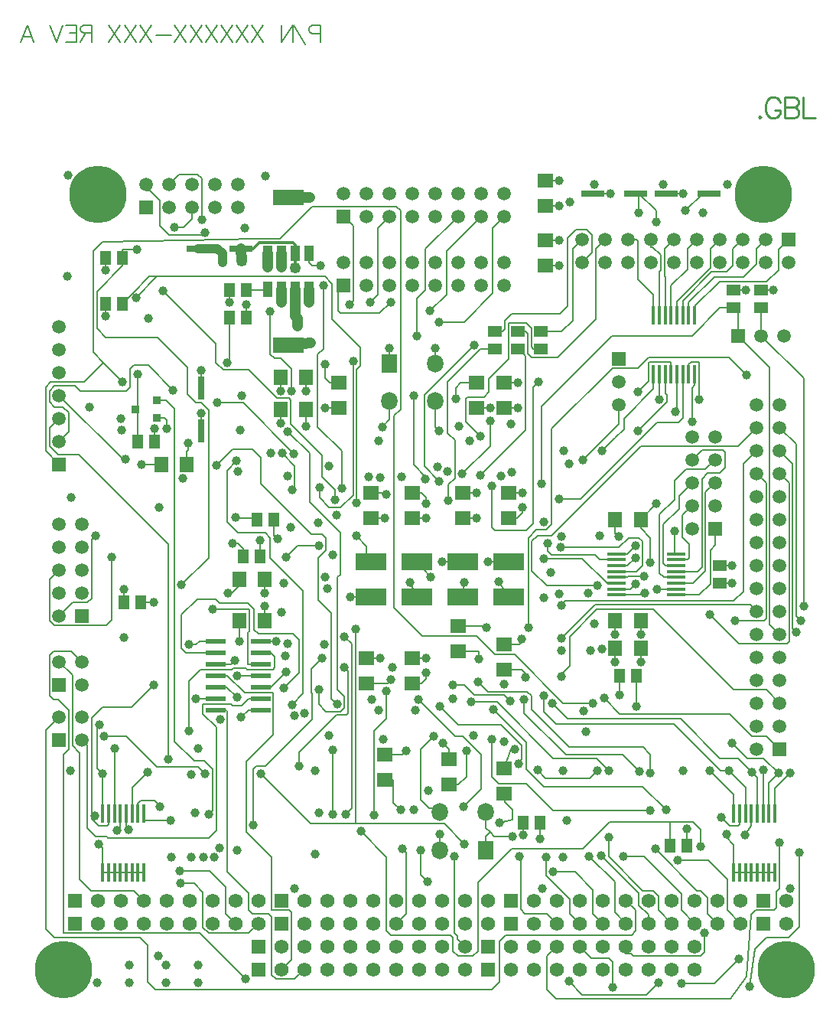
<source format=gbl>
%FSLAX42Y42*%
%MOMM*%
G71*
G01*
G75*
G04 Layer_Physical_Order=4*
%ADD10R,1.50X1.30*%
%ADD11R,1.50X1.50*%
%ADD12R,2.15X0.40*%
%ADD13R,2.15X0.40*%
%ADD14R,0.40X2.15*%
%ADD15R,0.40X2.15*%
%ADD16R,1.30X1.50*%
%ADD17R,0.30X1.55*%
%ADD18R,1.55X0.30*%
%ADD19R,0.76X2.03*%
%ADD20R,2.03X0.76*%
%ADD21R,0.85X1.60*%
%ADD22R,1.80X1.60*%
%ADD23R,0.60X2.20*%
%ADD24O,1.60X1.40*%
%ADD25R,1.60X1.40*%
%ADD26R,0.60X2.20*%
%ADD27C,0.20*%
%ADD28C,0.30*%
%ADD29C,1.20*%
%ADD30C,0.23*%
%ADD31C,6.35*%
%ADD32C,1.50*%
%ADD33C,1.57*%
%ADD34R,1.57X1.57*%
%ADD35C,1.00*%
%ADD36C,1.25*%
%ADD37R,0.80X2.55*%
%ADD38R,2.55X0.80*%
%ADD39R,1.60X1.80*%
%ADD40O,1.80X2.00*%
%ADD41R,1.80X2.00*%
%ADD42R,0.95X0.90*%
%ADD43R,1.00X1.70*%
%ADD44R,3.40X1.70*%
%ADD45R,2.20X0.60*%
%ADD46R,3.40X1.90*%
%ADD47C,1.00*%
%ADD48C,0.20*%
D10*
X17932Y20022D02*
D03*
Y20212D02*
D03*
X18085Y23070D02*
D03*
Y23260D02*
D03*
X15697Y22613D02*
D03*
Y22803D02*
D03*
X15951Y22613D02*
D03*
Y22803D02*
D03*
X15443Y22613D02*
D03*
Y22803D02*
D03*
X18390Y23070D02*
D03*
Y23260D02*
D03*
D11*
X16815Y22504D02*
D03*
X17882Y20625D02*
D03*
X10617Y18898D02*
D03*
Y18288D02*
D03*
X11582Y24181D02*
D03*
X18694Y23825D02*
D03*
X10871Y19660D02*
D03*
X13767Y24079D02*
D03*
X18593Y18186D02*
D03*
X13767Y23317D02*
D03*
X18136Y22758D02*
D03*
X10617Y21336D02*
D03*
D12*
X17447Y20344D02*
D03*
D13*
Y20279D02*
D03*
Y20214D02*
D03*
Y20149D02*
D03*
Y20084D02*
D03*
Y20019D02*
D03*
Y19954D02*
D03*
Y19889D02*
D03*
X16792Y20344D02*
D03*
Y20279D02*
D03*
Y20214D02*
D03*
Y20149D02*
D03*
Y20084D02*
D03*
Y20019D02*
D03*
Y19954D02*
D03*
Y19889D02*
D03*
D14*
X11556Y16818D02*
D03*
X18541D02*
D03*
X17197Y22984D02*
D03*
D15*
X11491Y16818D02*
D03*
X11426D02*
D03*
X11361D02*
D03*
X11296D02*
D03*
X11231D02*
D03*
X11166D02*
D03*
X11101D02*
D03*
X11556Y17473D02*
D03*
X11491D02*
D03*
X11426D02*
D03*
X11361D02*
D03*
X11296D02*
D03*
X11231D02*
D03*
X11166D02*
D03*
X11101D02*
D03*
X18476Y16818D02*
D03*
X18411D02*
D03*
X18346D02*
D03*
X18281D02*
D03*
X18216D02*
D03*
X18151D02*
D03*
X18086D02*
D03*
X18541Y17473D02*
D03*
X18476D02*
D03*
X18411D02*
D03*
X18346D02*
D03*
X18281D02*
D03*
X18216D02*
D03*
X18151D02*
D03*
X18086D02*
D03*
X17262Y22984D02*
D03*
X17327D02*
D03*
X17392D02*
D03*
X17457D02*
D03*
X17522D02*
D03*
X17587D02*
D03*
X17652D02*
D03*
X17197Y22329D02*
D03*
X17262D02*
D03*
X17327D02*
D03*
X17392D02*
D03*
X17457D02*
D03*
X17522D02*
D03*
X17587D02*
D03*
X17652D02*
D03*
D16*
X15945Y17374D02*
D03*
X15755D02*
D03*
X17011Y18999D02*
D03*
X16821D02*
D03*
X12656Y20320D02*
D03*
X12846D02*
D03*
X12503Y22962D02*
D03*
X12693D02*
D03*
X11132Y23114D02*
D03*
X11322D02*
D03*
X11677Y21590D02*
D03*
X11487D02*
D03*
X11525Y19812D02*
D03*
X12693Y23266D02*
D03*
X12503D02*
D03*
X17380Y17120D02*
D03*
X17570D02*
D03*
X11132Y23622D02*
D03*
X11322D02*
D03*
X12808Y20726D02*
D03*
X12998D02*
D03*
X11335Y19812D02*
D03*
D22*
X14021Y19190D02*
D03*
Y18910D02*
D03*
X14529D02*
D03*
Y19190D02*
D03*
X15037Y19266D02*
D03*
Y19546D02*
D03*
X15545Y19062D02*
D03*
Y19342D02*
D03*
X14529Y21019D02*
D03*
Y20739D02*
D03*
X15596Y21019D02*
D03*
Y20739D02*
D03*
X15088Y21019D02*
D03*
Y20739D02*
D03*
X14072Y21019D02*
D03*
Y20739D02*
D03*
X13716Y21958D02*
D03*
Y22238D02*
D03*
X15240Y21958D02*
D03*
Y22238D02*
D03*
X15545Y21958D02*
D03*
Y22238D02*
D03*
Y17971D02*
D03*
Y17691D02*
D03*
X14935Y18072D02*
D03*
Y17792D02*
D03*
X14224Y18123D02*
D03*
Y17843D02*
D03*
X16002Y24193D02*
D03*
Y24473D02*
D03*
Y23813D02*
D03*
Y23533D02*
D03*
D27*
X15596Y21019D02*
X15748D01*
X15363Y20261D02*
X15596D01*
X15088Y21019D02*
X15240D01*
X14855Y20261D02*
X15088D01*
X14681Y20897D02*
Y20970D01*
X14529Y21019D02*
X14633D01*
X14580Y20261D02*
X14732Y20091D01*
X15545Y19062D02*
X15738D01*
X15778Y18981D02*
Y19022D01*
X15268Y19182D02*
Y19263D01*
X15037Y19266D02*
X15266D01*
X14681Y18961D02*
Y19032D01*
X14529Y18910D02*
X14630D01*
X13348Y22149D02*
Y22301D01*
Y21752D02*
Y21946D01*
X14183Y21019D02*
X14237Y21006D01*
X14072Y21019D02*
X14183D01*
X14023Y20261D02*
X14072D01*
X14023D02*
Y20424D01*
X14021Y19190D02*
X14174D01*
X13907Y20541D02*
X14023Y20424D01*
X16776Y20574D02*
Y20726D01*
Y20574D02*
X16817Y20533D01*
X16776Y19456D02*
Y19609D01*
X15545Y21958D02*
X15698D01*
X15240D02*
X15393D01*
X14275Y22454D02*
Y22616D01*
Y21831D02*
Y22034D01*
X14194Y21750D02*
X14275Y21831D01*
X16821Y18822D02*
Y18999D01*
X16776Y19151D02*
Y19304D01*
X16822Y18781D02*
Y18821D01*
X15755Y17236D02*
Y17374D01*
X15621Y18186D02*
X15662D01*
X15545Y17971D02*
X15621Y18186D01*
X15436Y17219D02*
X15634D01*
X14868Y18247D02*
X14935Y18180D01*
X15342Y17313D02*
X15389Y17266D01*
X15436Y17219D01*
X15342Y17313D02*
Y17489D01*
Y17219D02*
X15389Y17266D01*
X15342Y17069D02*
Y17219D01*
X14417Y18123D02*
X14458Y18164D01*
X14224Y18123D02*
X14417D01*
X14935Y18072D02*
Y18180D01*
X13563Y21958D02*
X13716D01*
X12503Y23129D02*
Y23266D01*
X12693Y22962D02*
Y23099D01*
X12192Y22183D02*
Y22373D01*
X11677Y21590D02*
Y21728D01*
X11532Y21336D02*
X11747D01*
X12998Y20549D02*
X13039Y20508D01*
X12998Y20549D02*
Y20726D01*
X12891Y19913D02*
Y20066D01*
X12846Y20320D02*
Y20498D01*
X11335Y19812D02*
Y19950D01*
X12891Y19609D02*
Y19762D01*
X17339Y24333D02*
X17529D01*
X18390Y23260D02*
X18527D01*
X18085D02*
X18223D01*
X17932Y20212D02*
X18070D01*
X16526Y24333D02*
X16717D01*
X16002Y24193D02*
X16155D01*
X16002Y23813D02*
X16155D01*
X18541Y16818D02*
Y16820D01*
X18476Y16818D02*
Y16820D01*
X18411Y16818D02*
Y16820D01*
X18346Y16818D02*
Y16820D01*
X18281Y16818D02*
Y16820D01*
X18216Y16818D02*
Y16820D01*
X18476D02*
X18541D01*
X18411D02*
X18476D01*
X18346D02*
X18411D01*
X18281D02*
X18346D01*
X18216D02*
X18281D01*
X18151D02*
X18216D01*
X18086D02*
X18151D01*
Y16818D02*
Y16820D01*
X18004Y17206D02*
Y17247D01*
X18086Y16820D02*
Y17124D01*
Y16818D02*
Y16820D01*
X17570Y17120D02*
Y17298D01*
X12177Y19380D02*
X12348D01*
X12055Y19340D02*
X12136D01*
X11132Y23484D02*
Y23622D01*
X11059Y17135D02*
X11101Y17093D01*
X11556Y16818D02*
Y16820D01*
X11491D02*
X11556D01*
X11426D02*
X11491D01*
X11361D02*
X11426D01*
X11296D02*
X11361D01*
X11231D02*
X11296D01*
X11491Y16818D02*
Y16820D01*
X11426Y16818D02*
Y16820D01*
X11361Y16818D02*
Y16820D01*
X11296Y16818D02*
Y16820D01*
X11101Y16818D02*
Y17093D01*
Y16817D02*
Y16818D01*
X11231D02*
Y16820D01*
Y16817D02*
Y16818D01*
X11166Y16817D02*
X11231D01*
X11101D02*
X11166D01*
Y16818D01*
X17076Y17770D02*
X17335Y17511D01*
X15428Y18623D02*
X15789Y18263D01*
X16086Y17508D02*
X17160D01*
X15408Y17879D02*
Y18293D01*
X16853Y18123D02*
X17041Y17935D01*
X15766Y18583D02*
Y18732D01*
X17163Y17920D02*
Y18125D01*
X15259Y18928D02*
X15365Y18821D01*
X16566Y18080D02*
X16701Y17945D01*
X15176Y18705D02*
X15464D01*
X16490Y17864D02*
X16574Y17948D01*
X15916Y17953D02*
X16005Y17864D01*
X15707Y18024D02*
Y18037D01*
X14834Y18658D02*
X15037Y18456D01*
X14239Y18524D02*
Y18826D01*
X14102Y17457D02*
Y18387D01*
X14620Y16792D02*
X14694Y16718D01*
X14620Y16792D02*
Y17064D01*
X15098Y17551D02*
X15291Y17744D01*
X14597Y18735D02*
X15006Y18326D01*
X11974Y20002D02*
X12273Y20302D01*
X11322Y23711D02*
X11483D01*
X11322Y23622D02*
Y23711D01*
Y23532D02*
Y23622D01*
X17468Y16954D02*
X17805D01*
X18016Y16401D02*
X18161Y16256D01*
X17219Y17082D02*
X17681Y16619D01*
X17798Y16365D02*
X17907Y16256D01*
X16861Y16995D02*
X17094D01*
X17508Y16401D02*
X17653Y16256D01*
X17254Y16401D02*
X17399Y16256D01*
X16701Y16995D02*
Y17206D01*
X16619Y17010D02*
X17036Y16594D01*
X17145Y16256D02*
Y16350D01*
X16487Y16998D02*
X16769Y16716D01*
Y16378D02*
X16891Y16256D01*
X16528Y16365D02*
X16637Y16256D01*
X16088Y16827D02*
X16330D01*
X16007Y16787D02*
Y16993D01*
X16274Y16365D02*
X16383Y16256D01*
X16020Y16365D02*
X16129Y16256D01*
X15710Y17000D02*
X15730Y16980D01*
X14422Y17079D02*
X14460Y17041D01*
X14351Y16256D02*
X14460Y16365D01*
X11963Y16701D02*
X12111D01*
X12718Y16147D02*
X12827Y16256D01*
X11958Y16840D02*
X12286D01*
X12464Y16365D02*
X12573Y16256D01*
X17122Y15466D02*
X17254Y15598D01*
X16261Y15616D02*
X16411Y15466D01*
X18593Y16642D02*
Y17150D01*
X16020Y15893D02*
X16129Y16002D01*
X18816Y16218D02*
Y17038D01*
X18263Y15557D02*
X18321Y15969D01*
X16383Y16002D02*
X16510Y15875D01*
X16746Y15547D02*
Y15832D01*
X17762Y15936D02*
Y16147D01*
X16891Y15918D02*
Y16002D01*
Y15918D02*
X16947D01*
X17871Y15591D02*
X18146Y15865D01*
X17508Y15591D02*
X17871D01*
X13226Y15639D02*
X13335Y15748D01*
X12348Y18618D02*
X12466D01*
X16891Y16510D02*
X17000Y16401D01*
X10470Y18395D02*
X10617Y18542D01*
X12172Y16147D02*
X12680Y15639D01*
X10754Y19268D02*
X10871Y19152D01*
X11448Y16619D02*
X11557Y16510D01*
X10617Y19152D02*
X10765Y19004D01*
X13081Y15748D02*
X13190Y15857D01*
X12348Y18999D02*
X12476D01*
X14991Y16152D02*
Y16995D01*
X15029Y16086D02*
X15113Y16002D01*
X11703Y23411D02*
X13559D01*
X11619D02*
X11703D01*
X13914Y20909D02*
Y22380D01*
X11468Y23176D02*
X11703Y23411D01*
X11426Y23218D02*
X11619Y23411D01*
X11322Y23114D02*
X11426Y23218D01*
X11487Y21946D02*
Y22333D01*
Y21590D02*
Y21946D01*
X11465D02*
X11487D01*
X18268Y19782D02*
X18339Y19710D01*
X16175Y19408D02*
X16548Y19782D01*
X18034Y22520D02*
X18230Y22324D01*
X15812Y19525D02*
Y20523D01*
X18593Y21234D02*
X18698Y21129D01*
X17821Y19670D02*
X18141Y19350D01*
X18339Y21234D02*
X18445Y21128D01*
X18100Y19604D02*
X18420D01*
X18593Y21488D02*
X18738Y21343D01*
Y19522D02*
X18778Y19482D01*
X18194Y21344D02*
X18339Y21488D01*
X16175Y19774D02*
X16223Y19822D01*
X18593Y21742D02*
X18778Y21557D01*
Y19657D02*
X18832Y19604D01*
X18131Y21534D02*
X18339Y21742D01*
X16015Y19995D02*
X16574D01*
X18451Y18329D02*
X18593Y18186D01*
X16650Y18748D02*
X16825Y18572D01*
X18445Y18842D02*
X18593Y18694D01*
X16175Y18989D02*
Y19009D01*
X13195Y18677D02*
X13317Y18799D01*
X12476Y21267D02*
X12583Y21374D01*
X14783Y21750D02*
X14823Y21709D01*
X14783Y21750D02*
Y22034D01*
X14834Y17489D02*
Y17529D01*
X14625Y18184D02*
X14768Y18326D01*
X13899Y17358D02*
Y19512D01*
X14882Y17358D02*
X15108Y17132D01*
X11120Y18329D02*
X11361D01*
X12852Y17912D02*
X13406Y17358D01*
X13899D02*
X14882D01*
X13406D02*
X13899D01*
X12159Y17988D02*
X12235Y17912D01*
X13777Y19089D02*
X13818Y19049D01*
X13274Y17993D02*
Y18146D01*
X11556Y17396D02*
X11849D01*
X11556D02*
Y17473D01*
X11676Y17612D02*
X11737Y17551D01*
X11491Y17473D02*
Y17582D01*
X13411Y19075D02*
X13526Y19190D01*
X12771Y17343D02*
Y17963D01*
X11426Y17758D02*
X11595Y17927D01*
X11426Y17473D02*
Y17758D01*
X13777Y19428D02*
X13858Y19347D01*
X13790Y17460D02*
X13858Y17529D01*
X11361Y17325D02*
X11391Y17295D01*
X11361Y17325D02*
Y17473D01*
X11296Y17321D02*
Y17473D01*
X11260Y17285D02*
X11296Y17321D01*
X11231Y18189D02*
X11232Y18190D01*
X11231Y17473D02*
Y18189D01*
X11417Y18651D02*
X11664Y18898D01*
X11166Y17353D02*
Y17473D01*
X10978Y17483D02*
Y18532D01*
Y17450D02*
Y17483D01*
Y17409D02*
Y17450D01*
Y17483D02*
X11011Y17450D01*
X11101Y17473D02*
Y17912D01*
X11039Y17974D02*
X11101Y17912D01*
X11039Y18423D02*
X11067Y18451D01*
X17818Y17948D02*
X18086Y17680D01*
Y17473D02*
Y17680D01*
X18151Y17353D02*
Y17473D01*
X17945Y17432D02*
X18044Y17333D01*
X18031Y17945D02*
X18216Y17761D01*
X17940Y17945D02*
X18031D01*
X18216Y17473D02*
Y17761D01*
X15984Y18598D02*
Y18778D01*
X18281Y17333D02*
Y17473D01*
X18212Y17234D02*
X18281Y17333D01*
X18138Y18080D02*
X18285Y17932D01*
X18346Y17872D01*
Y17473D02*
Y17872D01*
X16076Y18687D02*
X16243Y18519D01*
X18411Y17473D02*
Y17950D01*
X18418Y18080D02*
X18580Y17917D01*
X18476Y17813D02*
X18580Y17917D01*
X18476Y17473D02*
Y17813D01*
X18070Y18247D02*
X18237Y18080D01*
X18541Y17751D02*
X18707Y17917D01*
X18541Y17473D02*
Y17751D01*
X13492Y18682D02*
Y18839D01*
X13150Y21699D02*
X13391Y21458D01*
X12365Y22017D02*
X12654D01*
X13218Y21453D01*
X17744Y24333D02*
X17814D01*
X17551Y24140D02*
X17744Y24333D01*
X17226Y24016D02*
Y24140D01*
X17001Y24333D02*
X17033D01*
Y24116D02*
Y24333D01*
X17932Y20022D02*
X18070D01*
X17056Y20726D02*
X17226Y20897D01*
X17160Y20249D02*
Y20523D01*
X17056Y20627D02*
Y20726D01*
X16002Y24473D02*
X16155D01*
X16002Y23533D02*
X16155D01*
X15545Y22238D02*
X15698D01*
X15065D02*
X15240D01*
X14783Y22454D02*
Y22616D01*
X15009Y22057D02*
Y22182D01*
X15748Y20800D02*
Y20861D01*
X15596Y20739D02*
X15687D01*
X15088D02*
X15240D01*
X17056Y19456D02*
Y19609D01*
Y19151D02*
Y19304D01*
X17011Y18659D02*
Y18999D01*
X15481Y20041D02*
X15596Y19871D01*
X15735Y19365D02*
Y19406D01*
X15331Y19546D02*
X15349Y19528D01*
X15545Y19342D02*
X15713D01*
X15548Y18781D02*
X15609Y18720D01*
X15037Y19546D02*
X15331D01*
X15088Y19871D02*
X15100Y20028D01*
X14976Y18890D02*
X15108D01*
X15545Y17691D02*
X15555Y17600D01*
X15494Y17374D02*
X15636Y17406D01*
X15945Y17195D02*
Y17374D01*
X15126Y17881D02*
Y18166D01*
X14935Y17792D02*
X15037D01*
X14834Y17069D02*
Y17244D01*
X13614Y22238D02*
X13716D01*
X13564Y22289D02*
Y22441D01*
X13068Y22149D02*
Y22301D01*
Y21793D02*
Y21946D01*
X14529Y20739D02*
X14682D01*
X14503Y20028D02*
X14580Y19871D01*
X14072Y20739D02*
X14224D01*
X13839Y19871D02*
X14072D01*
X11132Y22976D02*
Y23114D01*
X12503Y22488D02*
Y22962D01*
X12476Y22461D02*
X12503Y22488D01*
X12192Y21708D02*
Y21898D01*
X12535Y20457D02*
X12600D01*
X12050Y21497D02*
Y21567D01*
X12027Y21336D02*
Y21475D01*
X12656Y20320D02*
Y20401D01*
X12611Y19995D02*
Y20066D01*
X12509Y19893D02*
X12611Y19995D01*
X12489Y19873D02*
X12509Y19893D01*
X12489Y19873D02*
Y19914D01*
X11700Y21851D02*
X11786D01*
X11811Y21729D02*
Y21825D01*
X14529Y19190D02*
X14682D01*
X14254Y18910D02*
X14295Y18951D01*
X14021Y18910D02*
X14254D01*
X12848Y19380D02*
X13021D01*
X12715Y18618D02*
X12848D01*
X12634Y18999D02*
X12848D01*
X12634Y18537D02*
X12715Y18618D01*
X14224Y17843D02*
X14315D01*
Y17592D02*
Y17843D01*
Y17592D02*
X14397Y17511D01*
X12611Y19375D02*
Y19609D01*
X12614Y18979D02*
X12634Y18999D01*
X12593Y18959D02*
X12614Y18979D01*
X12611Y19375D02*
X12611Y19375D01*
X12593Y18959D02*
Y18999D01*
X12522Y19126D02*
X12563Y19167D01*
X12348Y19126D02*
X12522D01*
X12136Y18745D02*
X12348D01*
X18860Y19764D02*
Y22288D01*
X18390Y22758D02*
X18860Y22288D01*
X18390Y22758D02*
Y23070D01*
X18085D02*
X18136D01*
X17934D02*
X18085D01*
X18136Y22758D02*
Y23070D01*
X18486Y19563D02*
X18593Y19456D01*
X18136Y22758D02*
X18486Y22408D01*
X15956Y21118D02*
Y21976D01*
X12808Y20726D02*
Y20737D01*
X12573Y20752D02*
X12601Y20737D01*
X12848Y19253D02*
X12964D01*
X12055Y18383D02*
Y18938D01*
X12962Y18872D02*
X13129Y19039D01*
X12848Y18872D02*
X12962D01*
X12348D02*
X12471D01*
X12586Y18758D01*
X17719Y17104D02*
Y17297D01*
X17380Y17379D02*
X17638D01*
X16716D02*
X17380D01*
Y17120D02*
Y17379D01*
X13957Y17277D02*
X14242Y16993D01*
X16815Y21783D02*
Y21996D01*
X16419Y21387D02*
X16815Y21783D01*
X13106Y18857D02*
X13277Y19027D01*
X12024Y19253D02*
X12348D01*
X11525Y19812D02*
X11664D01*
X18580Y23711D02*
X18694Y23825D01*
X17652Y22984D02*
Y23081D01*
X18334Y23719D02*
X18440Y23825D01*
X17587Y22984D02*
Y23124D01*
X18077Y23716D02*
X18186Y23825D01*
X17522Y22984D02*
Y23147D01*
X17826Y23719D02*
X17932Y23825D01*
X17457Y22984D02*
Y23139D01*
X17572Y23719D02*
X17678Y23825D01*
X17392Y22984D02*
Y23310D01*
X17327Y22984D02*
Y23404D01*
X17318Y23719D02*
X17424Y23825D01*
X17262Y22984D02*
Y23465D01*
X17170Y23741D02*
X17188D01*
X17170D02*
Y23825D01*
X17197Y22984D02*
Y23208D01*
X16916Y23825D02*
X17008D01*
X16556Y23719D02*
X16662Y23825D01*
X15697Y22803D02*
X15780D01*
X16302Y23719D02*
X16408Y23825D01*
X15951Y22803D02*
X16183D01*
X16408Y23571D02*
X16515Y23678D01*
X15443Y22803D02*
X15524D01*
X17882Y20442D02*
Y20625D01*
X17447Y19889D02*
X17704D01*
X17435Y20344D02*
X17447D01*
X17435D02*
Y20597D01*
X17237Y19954D02*
X17447D01*
X17236Y19954D02*
X17237Y19954D01*
X17521Y20772D02*
X17628Y20879D01*
X17447Y20279D02*
X17574D01*
X17775Y21026D02*
X17882Y21133D01*
X17447Y20019D02*
X17638D01*
X17480Y20985D02*
X17628Y21133D01*
X17332Y20214D02*
X17447D01*
X17775Y21280D02*
X17882Y21387D01*
X17313Y20084D02*
X17447D01*
X17628Y21387D02*
X17734Y21493D01*
X17447Y20149D02*
X17689D01*
X12316Y19729D02*
X12723D01*
X12708Y19126D02*
X12848D01*
X12715Y18745D02*
X12848D01*
X10871Y18288D02*
X10930Y18230D01*
X13711Y23261D02*
X13767Y23317D01*
X14166Y23007D02*
X14288Y23129D01*
X13767Y24079D02*
X13873Y23973D01*
X13833Y23104D02*
X13873Y23144D01*
X14148Y23952D02*
X14275Y24079D01*
X14061Y23129D02*
X14148Y23216D01*
X14676Y23719D02*
X15037Y24079D01*
X14577Y22758D02*
Y23167D01*
X14910Y23698D02*
X15291Y24079D01*
X14727Y23033D02*
X14910Y23216D01*
X15418Y23952D02*
X15545Y24079D01*
X14821Y22911D02*
X15100D01*
X12205Y23873D02*
X12233Y23901D01*
X11582Y24361D02*
X11623D01*
X11582D02*
Y24435D01*
X12197Y24039D02*
Y24496D01*
X11836Y24435D02*
X11943Y24541D01*
X12090Y24051D02*
Y24181D01*
X11892Y23957D02*
X11996D01*
X10978Y20508D02*
X11019Y20549D01*
X10617Y19660D02*
X10765Y19807D01*
X11204Y19614D02*
Y20307D01*
X10511Y20061D02*
X10617Y20168D01*
X12276Y17462D02*
X12316Y17503D01*
X11700Y22041D02*
X11798D01*
X12932Y23266D02*
Y23274D01*
X12693Y23266D02*
X12932D01*
X13423Y23531D02*
X13513D01*
X13382Y23571D02*
Y23665D01*
X15697Y22613D02*
X15778Y22531D01*
X15278Y21217D02*
X15778Y21717D01*
X15868Y22613D02*
X15951D01*
X15118Y21806D02*
X15281Y21643D01*
X15282Y22613D02*
X15443D01*
X14928Y20937D02*
Y21111D01*
X15865Y22189D02*
X15926Y22250D01*
X15408Y20640D02*
Y21092D01*
X17197Y22167D02*
Y22329D01*
X16774Y21626D02*
X16873Y21725D01*
X16629Y21481D02*
X16774Y21626D01*
X17262Y22052D02*
Y22329D01*
X17327Y22123D02*
Y22329D01*
X17028Y21704D02*
X17351Y22027D01*
X17392Y22329D02*
Y22469D01*
X17026Y22136D02*
X17145Y22255D01*
X17457Y21932D02*
Y22329D01*
X17440Y21915D02*
X17457Y21932D01*
X17522Y21845D02*
Y22329D01*
X16154Y20952D02*
X16393D01*
X17706Y22050D02*
Y22469D01*
X17587Y22329D02*
Y22438D01*
X17652Y22209D02*
Y22329D01*
X17625Y21806D02*
Y22182D01*
X16918Y20096D02*
X17092D01*
X16792Y20084D02*
X16906D01*
X16905Y20344D02*
X16998Y20437D01*
X16792Y20344D02*
X16905D01*
X16683Y20019D02*
X16792D01*
X15987Y20295D02*
X16407D01*
X16604Y20279D02*
X16792D01*
X16025Y20378D02*
Y20457D01*
X16937Y19954D02*
X16998Y20015D01*
X16792Y19954D02*
X16937D01*
X16910Y20214D02*
X16998Y20302D01*
X16792Y20214D02*
X16910D01*
X17078Y19889D02*
X17099Y19911D01*
X16792Y19889D02*
X17078D01*
X16792Y20149D02*
X17010D01*
X16170Y20417D02*
X16817D01*
X14661Y22106D02*
X15211Y22657D01*
X14661Y21315D02*
X14828Y21148D01*
X15390Y21539D02*
Y21811D01*
X15080Y21229D02*
X15390Y21539D01*
X14541Y21336D02*
Y22093D01*
X14676Y21168D02*
Y21201D01*
X13086Y21458D02*
X13228Y21316D01*
X13195Y21049D02*
X13228Y21082D01*
X13873Y20996D02*
Y22479D01*
X13500Y20965D02*
Y21077D01*
X13543Y22614D02*
Y23312D01*
X13752Y21074D02*
Y21481D01*
X13673Y20940D02*
Y21057D01*
X11770Y23251D02*
X12355Y22667D01*
X13190Y22149D02*
Y22393D01*
X12951Y22555D02*
Y23025D01*
X13261Y20439D02*
X13492Y20439D01*
X13129Y20307D02*
X13261Y20439D01*
X13650Y17460D02*
Y18171D01*
X10617Y22098D02*
X11326Y21389D01*
X11349D01*
X11603Y22433D02*
X11882Y22154D01*
X10617Y21590D02*
X10724Y21697D01*
X13632Y18745D02*
X13696Y18682D01*
X12357Y21321D02*
X12535Y21499D01*
X11826Y18070D02*
Y20452D01*
X10511Y21737D02*
X10617Y21844D01*
X16195Y18694D02*
X16525D01*
X10996Y22573D02*
X11107Y22461D01*
X11323Y22245D01*
X10892D02*
X11107Y22461D01*
X10470Y21483D02*
X10617Y21336D01*
X12601Y20737D02*
X12808D01*
X10470Y21483D02*
Y22189D01*
X10526Y22245D01*
X10892D01*
X13317Y18799D02*
Y19936D01*
X12957Y20297D02*
X13317Y19936D01*
X12957Y20297D02*
Y20523D01*
X12901Y20579D02*
X12957Y20523D01*
X12596Y20579D02*
X12901D01*
X12476Y20698D02*
X12596Y20579D01*
X12476Y20698D02*
Y21267D01*
X14633Y21019D02*
X14681Y20970D01*
X14630Y18910D02*
X14681Y18961D01*
X15266Y19266D02*
X15268Y19263D01*
X15738Y19062D02*
X15778Y19022D01*
X16821Y18822D02*
X16822Y18821D01*
X12136Y19340D02*
X12177Y19380D01*
X18004Y17206D02*
X18086Y17124D01*
X15789Y17963D02*
Y18263D01*
Y17963D02*
X15982Y17770D01*
X17076D01*
X15408Y17879D02*
X15484Y17803D01*
X15791D01*
X16086Y17508D01*
X15766Y18583D02*
X16226Y18123D01*
X16853D01*
X15365Y18821D02*
X15801D01*
X15847Y18776D01*
Y18623D02*
Y18776D01*
Y18623D02*
X16264Y18207D01*
X17082D01*
X17163Y18125D01*
X15464Y18705D02*
X16088Y18080D01*
X16566D01*
X16005Y17864D02*
X16490D01*
X15707Y18037D02*
X15743Y18072D01*
Y18227D01*
X15514Y18456D02*
X15743Y18227D01*
X15037Y18456D02*
X15514D01*
X14102Y18387D02*
X14239Y18524D01*
X15006Y18326D02*
X15085D01*
X15291Y18120D01*
Y17744D02*
Y18120D01*
X11036Y23246D02*
X11322Y23532D01*
X11036Y22840D02*
Y23246D01*
Y22840D02*
X11135Y22741D01*
X11707D01*
X12040Y22408D01*
Y22108D02*
Y22408D01*
Y22108D02*
X12134Y22014D01*
X12192D01*
X12273Y21933D01*
Y20302D02*
Y21933D01*
X17805Y16954D02*
X18016Y16744D01*
Y16401D02*
Y16744D01*
X17681Y16619D02*
X17719D01*
X17798Y16540D01*
Y16365D02*
Y16540D01*
X17094Y16995D02*
X17508Y16581D01*
Y16401D02*
Y16581D01*
X16701Y16995D02*
X17076Y16619D01*
X17191D01*
X17254Y16556D01*
Y16401D02*
Y16556D01*
X17036Y16459D02*
Y16594D01*
Y16459D02*
X17145Y16350D01*
X16769Y16378D02*
Y16716D01*
X16330Y16827D02*
X16528Y16629D01*
Y16365D02*
Y16629D01*
X16007Y16787D02*
X16274Y16520D01*
Y16365D02*
Y16520D01*
X15730Y16411D02*
Y16980D01*
Y16411D02*
X15776Y16365D01*
X16020D01*
X14460D02*
Y17041D01*
X12111Y16701D02*
X12210Y16601D01*
Y16210D02*
Y16601D01*
Y16210D02*
X12273Y16147D01*
X12718D01*
X12286Y16840D02*
X12464Y16662D01*
Y16365D02*
Y16662D01*
X16411Y15466D02*
X17122D01*
X16020Y15524D02*
Y15893D01*
Y15524D02*
X16121Y15423D01*
X18049D01*
X18224Y15672D01*
X18280Y16353D01*
X18329Y16401D01*
X18532D01*
X18560Y16429D01*
Y16609D01*
X18593Y16642D01*
X16510Y15875D02*
X16703D01*
X16746Y15832D01*
X18321Y15969D02*
X18448Y16096D01*
X18694D01*
X18816Y16218D01*
X16947Y15918D02*
X16972Y15893D01*
X17719D01*
X17762Y15936D01*
X12466Y18618D02*
X12482Y18603D01*
Y16825D02*
Y18603D01*
Y16825D02*
X12718Y16589D01*
Y16408D02*
Y16589D01*
Y16408D02*
X12761Y16365D01*
X12939D01*
X12972Y16332D01*
Y15687D02*
Y16332D01*
Y15687D02*
X13020Y15639D01*
X13226D01*
X10470Y16193D02*
Y18395D01*
Y16193D02*
X10566Y16096D01*
X11514D01*
X11598Y16012D01*
Y15606D02*
Y16012D01*
Y15606D02*
X11681Y15522D01*
X15410D01*
X15494Y15606D01*
Y16058D01*
X15565Y16129D01*
X16954D01*
X17000Y16175D01*
Y16401D01*
X10556Y19268D02*
X10754D01*
X10511Y19223D02*
X10556Y19268D01*
X10511Y18776D02*
Y19223D01*
Y18776D02*
X10554Y18732D01*
X10604D01*
X10724Y18613D01*
Y18181D02*
Y18613D01*
X10665Y18123D02*
X10724Y18181D01*
X10665Y16152D02*
Y18123D01*
Y16152D02*
X10671Y16147D01*
X12172D01*
X10765Y18224D02*
Y19004D01*
Y18224D02*
X10848Y18141D01*
Y16744D02*
Y18141D01*
Y16744D02*
X10973Y16619D01*
X11448D01*
X12476Y18999D02*
X12670Y18806D01*
X12990D01*
Y18344D02*
Y18806D01*
X12690Y18044D02*
X12990Y18344D01*
X12690Y17267D02*
Y18044D01*
Y17267D02*
X12972Y16985D01*
Y16401D02*
Y16985D01*
Y16401D02*
X13167D01*
X13190Y16378D01*
Y15857D02*
Y16378D01*
X14991Y16152D02*
X15029Y16114D01*
Y16086D02*
Y16114D01*
X13559Y23411D02*
X13642Y23327D01*
Y22944D02*
Y23327D01*
Y22944D02*
X13955Y22631D01*
Y22421D02*
Y22631D01*
X13914Y22380D02*
X13955Y22421D01*
X16548Y19782D02*
X18268D01*
X15812Y20523D02*
X15903Y20615D01*
X16012D01*
X16073Y20676D01*
Y21727D01*
X16744Y22398D01*
X17022D01*
X17144Y22520D01*
X18034D01*
X18141Y19350D02*
X18674D01*
X18698Y19374D01*
Y21129D01*
X18420Y19604D02*
X18445Y19629D01*
Y21128D01*
X18738Y19522D02*
Y21343D01*
X16223Y19822D02*
X18087D01*
X18194Y19929D01*
Y21344D01*
X18778Y19657D02*
Y21557D01*
X15852Y20157D02*
X16015Y19995D01*
X15852Y20157D02*
Y20483D01*
X15918Y20549D01*
X16071D01*
X17056Y21534D01*
X18131D01*
X16825Y18572D02*
X18044D01*
X18288Y18329D01*
X18451D01*
X16175Y19009D02*
X16269Y19103D01*
Y19431D01*
X16568Y19731D01*
X17191D01*
X18080Y18842D01*
X18445D01*
X14717Y17529D02*
X14834D01*
X14625Y17620D02*
X14717Y17529D01*
X14625Y17620D02*
Y18184D01*
X11361Y18329D02*
X11702Y17988D01*
X12159D01*
X13274Y18146D02*
X13688Y18560D01*
X13797D01*
X13818Y18580D01*
Y19049D01*
X11491Y17582D02*
X11521Y17612D01*
X11676D01*
X12771Y17963D02*
X12802Y17993D01*
X12901D01*
X13416Y18509D01*
Y18801D01*
X13411Y18806D02*
X13416Y18801D01*
X13411Y18806D02*
Y19075D01*
X13858Y17529D02*
Y19347D01*
X11146Y17333D02*
X11166Y17353D01*
X11054Y17333D02*
X11146D01*
X10978Y17409D02*
X11054Y17333D01*
X10978Y18532D02*
X11097Y18651D01*
X11417D01*
X11039Y17974D02*
Y18423D01*
X18044Y17333D02*
X18131D01*
X18151Y17353D01*
X15984Y18598D02*
X16121Y18461D01*
X17424D01*
X17940Y17945D01*
X16243Y18519D02*
X17496D01*
X17935Y18080D01*
X18138D01*
X18237D02*
X18418D01*
X13391Y20917D02*
Y21458D01*
Y20917D02*
X13729Y20579D01*
Y20117D02*
Y20579D01*
X13696Y20084D02*
X13729Y20117D01*
X13696Y18844D02*
Y20084D01*
Y18844D02*
X13777Y18763D01*
Y18641D02*
Y18763D01*
X13736Y18600D02*
X13777Y18641D01*
X13574Y18600D02*
X13736D01*
X13492Y18682D02*
X13574Y18600D01*
X15713Y19342D02*
X15735Y19365D01*
X15687Y20739D02*
X15748Y20800D01*
X15108Y18890D02*
X15217Y18781D01*
X15548D01*
X12600Y20457D02*
X12656Y20401D01*
X15037Y17792D02*
X15126Y17881D01*
X15009Y22182D02*
X15065Y22238D01*
X15636Y17406D02*
Y17518D01*
X15555Y17600D02*
X15636Y17518D01*
X13564Y22289D02*
X13614Y22238D01*
X17056Y20627D02*
X17160Y20523D01*
X12027Y21475D02*
X12050Y21497D01*
X11786Y21851D02*
X11811Y21825D01*
X17033Y24333D02*
X17226Y24140D01*
X15956Y21976D02*
X16739Y22758D01*
X17623D01*
X17934Y23070D01*
X18486Y19563D02*
Y22408D01*
X12055Y18938D02*
X12182Y19065D01*
X12530D01*
X12545Y19080D01*
X12687D01*
X12703Y19065D01*
X12984D01*
X13007Y19088D01*
Y19210D01*
X12964Y19253D02*
X13007Y19210D01*
X14242Y16175D02*
Y16993D01*
Y16175D02*
X14288Y16129D01*
X14950D01*
X14978Y16101D01*
Y15951D02*
Y16101D01*
Y15951D02*
X15037Y15893D01*
X15199D01*
X15258Y15951D01*
Y16711D01*
X15629Y17082D01*
X16419D01*
X16716Y17379D01*
X17638D02*
X17719Y17297D01*
X11974Y19304D02*
X12024Y19253D01*
X11974Y19304D02*
Y19670D01*
X12146Y19842D01*
X12355D01*
X12395Y19802D01*
X12708D01*
X12779Y19731D01*
Y19507D02*
Y19731D01*
Y19507D02*
X12824Y19461D01*
X13208D01*
X13277Y19393D01*
Y19027D02*
Y19393D01*
X17652Y23081D02*
X17929Y23358D01*
X18451D01*
X18580Y23487D01*
Y23711D01*
X17587Y23124D02*
X17871Y23409D01*
X18191D01*
X18334Y23551D01*
Y23719D01*
X17522Y23147D02*
X17839Y23465D01*
X18011D01*
X18077Y23531D01*
Y23716D01*
X17457Y23139D02*
X17826Y23508D01*
Y23719D01*
X17392Y23310D02*
X17572Y23490D01*
Y23719D01*
X17318Y23413D02*
X17327Y23404D01*
X17318Y23413D02*
Y23719D01*
X17188Y23741D02*
X17277Y23652D01*
Y23480D02*
Y23652D01*
X17262Y23465D02*
X17277Y23480D01*
X17008Y23825D02*
X17028Y23805D01*
Y23377D02*
Y23805D01*
Y23377D02*
X17197Y23208D01*
X15780Y22803D02*
X15804Y22779D01*
Y22563D02*
Y22779D01*
Y22563D02*
X15850Y22517D01*
X16134D01*
X16556Y22939D01*
Y23719D01*
X16183Y22803D02*
X16302Y22921D01*
Y23719D01*
X15524Y22803D02*
X15550Y22828D01*
Y22921D01*
X15631Y23002D01*
X16165D01*
X16246Y23084D01*
Y23840D01*
X16337Y23932D01*
X16459D01*
X16515Y23876D01*
Y23678D02*
Y23876D01*
X17704Y19889D02*
X17826Y20011D01*
Y20386D01*
X17882Y20442D01*
X17574Y20279D02*
X17595Y20300D01*
Y20452D01*
X17521Y20526D02*
X17595Y20452D01*
X17521Y20526D02*
Y20772D01*
X17638Y20019D02*
X17775Y20156D01*
Y21026D01*
X17308Y20239D02*
X17332Y20214D01*
X17308Y20239D02*
Y20668D01*
X17480Y20841D01*
Y20985D01*
X17267Y20130D02*
X17313Y20084D01*
X17267Y20130D02*
Y20782D01*
X17432Y20947D01*
Y21156D01*
X17556Y21280D01*
X17775D01*
X17689Y20149D02*
X17734Y20195D01*
Y21173D01*
X17800Y21239D01*
X17932D01*
X17988Y21295D01*
Y21468D01*
X17963Y21493D02*
X17988Y21468D01*
X17734Y21493D02*
X17963D01*
X12723Y19489D02*
Y19729D01*
X12708Y19474D02*
X12723Y19489D01*
X12708Y19126D02*
Y19474D01*
X10930Y17313D02*
Y18230D01*
Y17313D02*
X11026Y17216D01*
X11146D01*
X11158Y17203D01*
X12273D01*
X12357Y17287D01*
Y18425D01*
X12207Y18575D02*
X12357Y18425D01*
X12207Y18575D02*
Y18679D01*
X12525D01*
X12535Y18669D01*
X12639D01*
X12715Y18745D01*
X13711Y23033D02*
Y23261D01*
Y23033D02*
X13736Y23007D01*
X14166D01*
X13873Y23144D02*
Y23973D01*
X14148Y23216D02*
Y23952D01*
X14577Y23167D02*
X14676Y23266D01*
Y23719D01*
X14910Y23216D02*
Y23698D01*
X15100Y22911D02*
X15418Y23228D01*
Y23952D01*
X11623Y24361D02*
X11730Y24254D01*
Y23978D02*
Y24254D01*
Y23978D02*
X11834Y23873D01*
X12205D01*
X11943Y24541D02*
X12151D01*
X12197Y24496D01*
X11996Y23957D02*
X12090Y24051D01*
X10765Y19807D02*
X10932D01*
X10978Y19853D01*
Y20508D01*
X10511Y19609D02*
Y20061D01*
Y19609D02*
X10566Y19553D01*
X11143D01*
X11204Y19614D01*
X11798Y22041D02*
X11892Y21947D01*
Y18270D02*
Y21947D01*
Y18270D02*
X12111Y18052D01*
X12228D01*
X12316Y17963D01*
Y17503D02*
Y17963D01*
X13382Y23571D02*
X13423Y23531D01*
X15778Y21717D02*
Y22531D01*
X15118Y21806D02*
Y22060D01*
X15138Y22080D01*
X15321D01*
X15377Y22136D01*
Y22283D01*
X15591Y22497D01*
Y22898D01*
X15786D01*
X15845Y22840D01*
Y22636D02*
Y22840D01*
Y22636D02*
X15868Y22613D01*
X14928Y21111D02*
X15000Y21184D01*
Y21601D01*
X14920Y21681D02*
X15000Y21601D01*
X14920Y21681D02*
Y22250D01*
X15282Y22613D01*
X15408Y20640D02*
X15443Y20604D01*
X15791D01*
X15865Y20678D01*
Y22189D01*
X16873Y21725D02*
Y21843D01*
X17197Y22167D01*
X17351Y22027D02*
Y22100D01*
X17327Y22123D02*
X17351Y22100D01*
X17145Y22255D02*
Y22461D01*
X17153Y22469D01*
X17392D01*
X16393Y20952D02*
X17239Y21798D01*
X17475D01*
X17522Y21845D01*
X17617Y22469D02*
X17706D01*
X17587Y22438D02*
X17617Y22469D01*
X17625Y22182D02*
X17652Y22209D01*
X16906Y20084D02*
X16918Y20096D01*
X16407Y20295D02*
X16683Y20019D01*
X16548Y20335D02*
X16604Y20279D01*
X16068Y20335D02*
X16548D01*
X16025Y20378D02*
X16068Y20335D01*
X16817Y20417D02*
X16924Y20523D01*
X17038D01*
X17079Y20483D01*
Y20218D02*
Y20483D01*
X17010Y20149D02*
X17079Y20218D01*
X14661Y21315D02*
Y22106D01*
X14541Y21336D02*
X14676Y21201D01*
X13228Y21082D02*
Y21316D01*
X13500Y20965D02*
X13607Y20858D01*
X13736D01*
X13873Y20996D01*
X13482Y22553D02*
X13543Y22614D01*
X13482Y21750D02*
Y22553D01*
Y21750D02*
X13752Y21481D01*
X12355Y22461D02*
Y22667D01*
Y22461D02*
X12436Y22380D01*
X12718D01*
X13030Y22068D01*
X13165D01*
X13185Y22047D01*
Y21780D02*
Y22047D01*
Y21780D02*
X13528Y21438D01*
Y21201D02*
Y21438D01*
Y21201D02*
X13673Y21057D01*
X12951Y22555D02*
X13000Y22507D01*
X13076D01*
X13190Y22393D01*
X10724Y21697D02*
Y21905D01*
X10658Y21971D02*
X10724Y21905D01*
X10566Y21971D02*
X10658D01*
X10511Y22027D02*
X10566Y21971D01*
X10511Y22027D02*
Y22149D01*
X10566Y22205D01*
X10796D01*
X10857Y22144D01*
X11361D01*
X11407Y22189D01*
Y22393D01*
X11448Y22433D01*
X11603D01*
X12535Y21499D02*
X12761D01*
X12850Y21410D01*
Y21123D02*
Y21410D01*
Y21123D02*
X13411Y20561D01*
X13533D01*
X13574Y20521D01*
Y20386D02*
Y20521D01*
X13485Y20297D02*
X13574Y20386D01*
X13485Y19837D02*
Y20297D01*
Y19837D02*
X13632Y19690D01*
Y18745D02*
Y19690D01*
X10511Y21539D02*
Y21737D01*
Y21539D02*
X10604Y21445D01*
X10833D01*
X11826Y20452D01*
X10996Y22573D02*
Y23693D01*
X11097Y23795D01*
X12446Y23825D01*
X12761Y23830D01*
X13066D01*
X13421Y24186D01*
X14351D01*
X14397Y24140D01*
Y21943D02*
Y24140D01*
X14328Y21874D02*
X14397Y21943D01*
X14328Y19746D02*
Y21874D01*
Y19746D02*
X14641Y19434D01*
X15240D01*
X15443Y19230D01*
X15659D01*
X16195Y18694D01*
D28*
X13232Y23665D02*
Y23761D01*
Y23505D02*
Y23665D01*
X12633Y23724D02*
X12771D01*
X12832Y23785D01*
X13208D01*
X13232Y23761D01*
D29*
X13382Y23126D02*
Y23274D01*
X13232Y22973D02*
Y23274D01*
X13256Y22868D02*
Y22949D01*
X13082Y23517D02*
Y23665D01*
Y23126D02*
Y23274D01*
X12932Y23517D02*
Y23665D01*
X12633Y23724D02*
X12636Y23584D01*
X13157Y24290D02*
X13390D01*
X13157Y22649D02*
X13399Y22682D01*
X13232Y22973D02*
X13256Y22949D01*
D30*
X18375Y25188D02*
X18364Y25177D01*
X18375Y25166D01*
X18386Y25177D01*
X18375Y25188D01*
X18599Y25340D02*
X18588Y25362D01*
X18567Y25384D01*
X18545Y25395D01*
X18501D01*
X18480Y25384D01*
X18458Y25362D01*
X18447Y25340D01*
X18436Y25308D01*
Y25253D01*
X18447Y25221D01*
X18458Y25199D01*
X18480Y25177D01*
X18501Y25166D01*
X18545D01*
X18567Y25177D01*
X18588Y25199D01*
X18599Y25221D01*
Y25253D01*
X18545D02*
X18599D01*
X18652Y25395D02*
Y25166D01*
Y25395D02*
X18749D01*
X18782Y25384D01*
X18793Y25373D01*
X18804Y25351D01*
Y25330D01*
X18793Y25308D01*
X18782Y25297D01*
X18749Y25286D01*
X18652D02*
X18749D01*
X18782Y25275D01*
X18793Y25264D01*
X18804Y25243D01*
Y25210D01*
X18793Y25188D01*
X18782Y25177D01*
X18749Y25166D01*
X18652D01*
X18855Y25395D02*
Y25166D01*
X18986D01*
D31*
X10668Y15748D02*
D03*
X18415Y24321D02*
D03*
X18669Y15748D02*
D03*
X11049Y24321D02*
D03*
D32*
X16815Y22250D02*
D03*
Y21996D02*
D03*
X17628Y21641D02*
D03*
X17882D02*
D03*
X17628Y21387D02*
D03*
X17882D02*
D03*
X17628Y21133D02*
D03*
X17882D02*
D03*
X17628Y20879D02*
D03*
X17882D02*
D03*
X17628Y20625D02*
D03*
X10871Y19152D02*
D03*
Y18898D02*
D03*
X10617Y19152D02*
D03*
X10871Y18542D02*
D03*
Y18288D02*
D03*
X10617Y18542D02*
D03*
X12598Y24435D02*
D03*
Y24181D02*
D03*
X12344Y24435D02*
D03*
Y24181D02*
D03*
X12090Y24435D02*
D03*
Y24181D02*
D03*
X11836Y24435D02*
D03*
Y24181D02*
D03*
X11582Y24435D02*
D03*
X18694Y23571D02*
D03*
X18440Y23825D02*
D03*
Y23571D02*
D03*
X18186Y23825D02*
D03*
Y23571D02*
D03*
X17932Y23825D02*
D03*
Y23571D02*
D03*
X17678Y23825D02*
D03*
Y23571D02*
D03*
X17424Y23825D02*
D03*
Y23571D02*
D03*
X17170Y23825D02*
D03*
Y23571D02*
D03*
X16916Y23825D02*
D03*
Y23571D02*
D03*
X16662Y23825D02*
D03*
Y23571D02*
D03*
X16408Y23825D02*
D03*
Y23571D02*
D03*
X10617Y20676D02*
D03*
X10871D02*
D03*
X10617Y20422D02*
D03*
X10871D02*
D03*
X10617Y20168D02*
D03*
X10871D02*
D03*
X10617Y19914D02*
D03*
X10871D02*
D03*
X10617Y19660D02*
D03*
X13767Y24333D02*
D03*
X14021Y24079D02*
D03*
Y24333D02*
D03*
X14275Y24079D02*
D03*
Y24333D02*
D03*
X14529Y24079D02*
D03*
Y24333D02*
D03*
X14783Y24079D02*
D03*
Y24333D02*
D03*
X15037Y24079D02*
D03*
Y24333D02*
D03*
X15291Y24079D02*
D03*
Y24333D02*
D03*
X15545Y24079D02*
D03*
Y24333D02*
D03*
X18339Y18186D02*
D03*
X18593Y18440D02*
D03*
X18339D02*
D03*
X18593Y18694D02*
D03*
X18339D02*
D03*
X18593Y18948D02*
D03*
X18339D02*
D03*
X18593Y19202D02*
D03*
X18339D02*
D03*
X18593Y19456D02*
D03*
X18339D02*
D03*
X18593Y19710D02*
D03*
X18339D02*
D03*
X18593Y19964D02*
D03*
X18339D02*
D03*
X18593Y20218D02*
D03*
X18339D02*
D03*
X18593Y20472D02*
D03*
X18339D02*
D03*
X18593Y20726D02*
D03*
X18339D02*
D03*
X18593Y20980D02*
D03*
X18339D02*
D03*
X18593Y21234D02*
D03*
X18339D02*
D03*
X18593Y21488D02*
D03*
X18339D02*
D03*
X18593Y21742D02*
D03*
X18339D02*
D03*
X18593Y21996D02*
D03*
X18339D02*
D03*
X13767Y23571D02*
D03*
X14021Y23317D02*
D03*
Y23571D02*
D03*
X14275Y23317D02*
D03*
Y23571D02*
D03*
X14529Y23317D02*
D03*
Y23571D02*
D03*
X14783Y23317D02*
D03*
Y23571D02*
D03*
X15037Y23317D02*
D03*
Y23571D02*
D03*
X15291Y23317D02*
D03*
Y23571D02*
D03*
X15545Y23317D02*
D03*
Y23571D02*
D03*
X18644Y22758D02*
D03*
X18390D02*
D03*
X10617Y21844D02*
D03*
Y21590D02*
D03*
Y22098D02*
D03*
Y22352D02*
D03*
Y22606D02*
D03*
Y22860D02*
D03*
D33*
X18669Y16510D02*
D03*
Y16256D02*
D03*
X18161Y16510D02*
D03*
Y16256D02*
D03*
X17907Y16510D02*
D03*
Y16256D02*
D03*
X17653Y16510D02*
D03*
Y16256D02*
D03*
X17399Y16510D02*
D03*
Y16256D02*
D03*
X17145Y16510D02*
D03*
Y16256D02*
D03*
X16891Y16510D02*
D03*
Y16256D02*
D03*
X16637Y16510D02*
D03*
Y16256D02*
D03*
X16383Y16510D02*
D03*
Y16256D02*
D03*
X16129Y16510D02*
D03*
Y16256D02*
D03*
X15875Y16510D02*
D03*
Y16256D02*
D03*
X15367Y16510D02*
D03*
Y16256D02*
D03*
X15113Y16510D02*
D03*
Y16256D02*
D03*
X14859Y16510D02*
D03*
Y16256D02*
D03*
X14605Y16510D02*
D03*
Y16256D02*
D03*
X14351D02*
D03*
X14097Y16510D02*
D03*
Y16256D02*
D03*
X13843Y16510D02*
D03*
Y16256D02*
D03*
X13589Y16510D02*
D03*
Y16256D02*
D03*
X13335Y16510D02*
D03*
Y16256D02*
D03*
X12827Y16510D02*
D03*
Y16256D02*
D03*
X12573Y16510D02*
D03*
Y16256D02*
D03*
X12319Y16510D02*
D03*
Y16256D02*
D03*
X12065Y16510D02*
D03*
Y16256D02*
D03*
X11811Y16510D02*
D03*
Y16256D02*
D03*
X11557Y16510D02*
D03*
Y16256D02*
D03*
X11303Y16510D02*
D03*
Y16256D02*
D03*
X11049Y16510D02*
D03*
Y16256D02*
D03*
X17653Y15748D02*
D03*
X17399D02*
D03*
X17145D02*
D03*
X16891D02*
D03*
X16637D02*
D03*
X16383D02*
D03*
X16129D02*
D03*
X15875D02*
D03*
X15621D02*
D03*
X15113D02*
D03*
X14859D02*
D03*
X14605D02*
D03*
X14351D02*
D03*
X14097D02*
D03*
X13843D02*
D03*
X13589D02*
D03*
X13335D02*
D03*
X13081D02*
D03*
X17653Y16002D02*
D03*
X17399D02*
D03*
X17145D02*
D03*
X16891D02*
D03*
X16637D02*
D03*
X16383D02*
D03*
X16129D02*
D03*
X15875D02*
D03*
X15621D02*
D03*
X15113D02*
D03*
X14859D02*
D03*
X14605D02*
D03*
X14351D02*
D03*
X14097D02*
D03*
X13843D02*
D03*
X13589D02*
D03*
X13335D02*
D03*
X13081D02*
D03*
X14351Y16510D02*
D03*
D34*
X18415D02*
D03*
Y16256D02*
D03*
X15621Y16510D02*
D03*
Y16256D02*
D03*
X13081Y16510D02*
D03*
Y16256D02*
D03*
X10795Y16510D02*
D03*
Y16256D02*
D03*
X15367Y15748D02*
D03*
X12827D02*
D03*
X15367Y16002D02*
D03*
X12827D02*
D03*
D35*
X11487Y22333D02*
D03*
X13899Y19512D02*
D03*
X15108Y17132D02*
D03*
X13790Y17460D02*
D03*
X13777Y19428D02*
D03*
X15626Y21245D02*
D03*
X14541Y17511D02*
D03*
X16238Y17396D02*
D03*
X10706Y23419D02*
D03*
X17744Y24116D02*
D03*
X12573Y20752D02*
D03*
X13957Y17277D02*
D03*
X17719Y17104D02*
D03*
X16629Y21481D02*
D03*
X16525Y18694D02*
D03*
X13195Y18677D02*
D03*
X12583Y21374D02*
D03*
X13686Y20775D02*
D03*
X14237Y21006D02*
D03*
X13566Y20089D02*
D03*
X13907Y20541D02*
D03*
X12966Y21463D02*
D03*
X14176Y21191D02*
D03*
X14681Y20897D02*
D03*
X13348Y21752D02*
D03*
X14732Y20091D02*
D03*
X13551Y19342D02*
D03*
X13348Y22149D02*
D03*
X14920Y21260D02*
D03*
X15240Y21019D02*
D03*
X11722Y20854D02*
D03*
X14174Y19190D02*
D03*
X14855Y20261D02*
D03*
X15509Y21209D02*
D03*
X15748Y21019D02*
D03*
X14681Y19032D02*
D03*
X15268Y19182D02*
D03*
X15363Y20261D02*
D03*
X13382Y23126D02*
D03*
X13256Y22868D02*
D03*
X14077Y18735D02*
D03*
X11608Y22946D02*
D03*
X10958Y21971D02*
D03*
X15778Y18981D02*
D03*
X14308Y19088D02*
D03*
X16183Y20539D02*
D03*
X15982Y19858D02*
D03*
X15540Y18903D02*
D03*
X16180Y19279D02*
D03*
X13106Y20018D02*
D03*
X12891Y19913D02*
D03*
Y19762D02*
D03*
X12846Y20498D02*
D03*
X13183Y20638D02*
D03*
X13145Y19355D02*
D03*
X13039Y20508D02*
D03*
X13147Y21209D02*
D03*
X13335Y18580D02*
D03*
X12596Y21255D02*
D03*
X14159Y21595D02*
D03*
X14209Y18294D02*
D03*
X13221Y18555D02*
D03*
X12624Y21717D02*
D03*
X11335Y19950D02*
D03*
Y19420D02*
D03*
X13563Y21958D02*
D03*
X14458Y18164D02*
D03*
X11532Y21336D02*
D03*
X15042Y21755D02*
D03*
X14868Y18247D02*
D03*
X14194Y21750D02*
D03*
X11677Y21728D02*
D03*
X12192Y22373D02*
D03*
X15624Y21783D02*
D03*
X14275Y22616D02*
D03*
X15547Y18265D02*
D03*
X15393Y21958D02*
D03*
X11303Y21844D02*
D03*
X15698Y21958D02*
D03*
X15662Y18186D02*
D03*
X16472Y19914D02*
D03*
X12693Y23099D02*
D03*
X16604Y20546D02*
D03*
X16502Y19274D02*
D03*
X16205Y21488D02*
D03*
X16449Y18374D02*
D03*
X15634Y17219D02*
D03*
X13082Y23126D02*
D03*
X12503Y23129D02*
D03*
X16776Y19456D02*
D03*
Y19151D02*
D03*
X16817Y20533D02*
D03*
X15755Y17236D02*
D03*
X16822Y18781D02*
D03*
X13082Y23517D02*
D03*
X12932D02*
D03*
X13449Y17945D02*
D03*
X12055Y19340D02*
D03*
X12078Y17905D02*
D03*
X14707Y17729D02*
D03*
X11059Y17135D02*
D03*
X10747Y17945D02*
D03*
X12156Y15792D02*
D03*
X11800D02*
D03*
X16193Y17945D02*
D03*
X11394Y15792D02*
D03*
X11717Y15900D02*
D03*
X17523Y17945D02*
D03*
X17570Y17298D02*
D03*
X18070Y20212D02*
D03*
X18004Y17247D02*
D03*
X12675Y23952D02*
D03*
X11132Y23484D02*
D03*
X16155Y23813D02*
D03*
Y24193D02*
D03*
X10719Y24536D02*
D03*
X16717Y24333D02*
D03*
X16546Y24428D02*
D03*
X18223Y23260D02*
D03*
X18527D02*
D03*
X17308Y24428D02*
D03*
X17529Y24333D02*
D03*
X18019Y24428D02*
D03*
X15428Y18623D02*
D03*
X17335Y17511D02*
D03*
X15408Y18293D02*
D03*
X17160Y17508D02*
D03*
X15766Y18732D02*
D03*
X17041Y17935D02*
D03*
X15259Y18928D02*
D03*
X17163Y17920D02*
D03*
X15176Y18705D02*
D03*
X16701Y17945D02*
D03*
X15916Y17953D02*
D03*
X16574Y17948D02*
D03*
X15707Y18024D02*
D03*
X14834Y18658D02*
D03*
X14694Y16718D02*
D03*
X14620Y17064D02*
D03*
X14102Y17457D02*
D03*
X14239Y18826D02*
D03*
X14597Y18735D02*
D03*
X15098Y17551D02*
D03*
X11483Y23711D02*
D03*
X11974Y20002D02*
D03*
X17468Y16954D02*
D03*
X17219Y17082D02*
D03*
X16861Y16995D02*
D03*
X16701Y17206D02*
D03*
X16619Y17010D02*
D03*
X16487Y16998D02*
D03*
X16088Y16827D02*
D03*
X16007Y16993D02*
D03*
X15710Y17000D02*
D03*
X14422Y17079D02*
D03*
X11963Y16701D02*
D03*
X11958Y16840D02*
D03*
X16261Y15616D02*
D03*
X17254Y15598D02*
D03*
X18593Y17150D02*
D03*
X16746Y15547D02*
D03*
X18263Y15557D02*
D03*
X18816Y17038D02*
D03*
X17762Y16147D02*
D03*
X17508Y15591D02*
D03*
X18146Y15865D02*
D03*
X12680Y15639D02*
D03*
X14991Y16995D02*
D03*
X13914Y20909D02*
D03*
X11468Y23176D02*
D03*
X16175Y19408D02*
D03*
X15812Y19525D02*
D03*
X18230Y22324D02*
D03*
X17821Y19670D02*
D03*
X18100Y19604D02*
D03*
X18778Y19482D02*
D03*
X16175Y19774D02*
D03*
X18832Y19604D02*
D03*
X16574Y19995D02*
D03*
X16650Y18748D02*
D03*
X16175Y18989D02*
D03*
X14823Y21709D02*
D03*
X14768Y18326D02*
D03*
X11120Y18329D02*
D03*
X12235Y17912D02*
D03*
X12852D02*
D03*
X11849Y17396D02*
D03*
X13274Y17993D02*
D03*
X13777Y19089D02*
D03*
X11737Y17551D02*
D03*
X11595Y17927D02*
D03*
X12771Y17343D02*
D03*
X13526Y19190D02*
D03*
X11391Y17295D02*
D03*
X11260Y17285D02*
D03*
X11232Y18190D02*
D03*
X11664Y18898D02*
D03*
X11011Y17450D02*
D03*
X11101Y17912D02*
D03*
X11067Y18451D02*
D03*
X17818Y17948D02*
D03*
X17945Y17432D02*
D03*
X15984Y18778D02*
D03*
X18031Y17945D02*
D03*
X18212Y17234D02*
D03*
X16076Y18687D02*
D03*
X18285Y17932D02*
D03*
X18411Y17950D02*
D03*
X18070Y18247D02*
D03*
X18580Y17917D02*
D03*
X18707D02*
D03*
X13150Y21699D02*
D03*
X13492Y18839D02*
D03*
X12365Y22017D02*
D03*
X13218Y21453D02*
D03*
X14503Y20028D02*
D03*
X13839Y19871D02*
D03*
X15100Y20028D02*
D03*
X15349Y19528D02*
D03*
X14682Y19190D02*
D03*
Y20739D02*
D03*
X14224D02*
D03*
X15240D02*
D03*
X15481Y20041D02*
D03*
X14295Y18951D02*
D03*
X15735Y19406D02*
D03*
X13589Y19964D02*
D03*
X13084Y19702D02*
D03*
X13647Y20330D02*
D03*
X15748Y20861D02*
D03*
X13119Y19215D02*
D03*
X13484Y20689D02*
D03*
X14559Y18615D02*
D03*
X14981Y18738D02*
D03*
X14159Y18615D02*
D03*
X14409Y21194D02*
D03*
X14808Y21311D02*
D03*
X15209Y18334D02*
D03*
X14049Y21194D02*
D03*
X15159Y21595D02*
D03*
X13609Y18334D02*
D03*
X13021Y19380D02*
D03*
X16154Y19901D02*
D03*
X14976Y18890D02*
D03*
X15609Y18720D02*
D03*
X13609Y21314D02*
D03*
X16543Y19571D02*
D03*
X16063Y20139D02*
D03*
X16624Y19294D02*
D03*
X15982Y20701D02*
D03*
X12593Y18999D02*
D03*
X12535Y20457D02*
D03*
X12489Y19914D02*
D03*
X12611Y19375D02*
D03*
X14397Y17511D02*
D03*
X12634Y18537D02*
D03*
X15126Y18166D02*
D03*
X16424Y18608D02*
D03*
X16266Y21341D02*
D03*
X14834Y17244D02*
D03*
X12563Y19167D02*
D03*
X13495Y17478D02*
D03*
X15009Y22057D02*
D03*
X15494Y17374D02*
D03*
X13564Y22441D02*
D03*
X12136Y18745D02*
D03*
X13068Y21793D02*
D03*
X15698Y22238D02*
D03*
X17056Y19456D02*
D03*
X14783Y22616D02*
D03*
X17056Y19151D02*
D03*
X12400Y18517D02*
D03*
X17011Y18659D02*
D03*
X17160Y20249D02*
D03*
X17226Y20897D02*
D03*
X12637Y22098D02*
D03*
X11989Y21184D02*
D03*
X13068Y22149D02*
D03*
X12156Y18193D02*
D03*
X12050Y21567D02*
D03*
X15945Y17195D02*
D03*
X12192Y21898D02*
D03*
X13399Y22682D02*
D03*
X12123Y17478D02*
D03*
X13449Y17026D02*
D03*
X13221Y16639D02*
D03*
X18070Y20022D02*
D03*
X15964Y16639D02*
D03*
X11811Y21729D02*
D03*
X16193Y16985D02*
D03*
X12476Y22461D02*
D03*
X12586Y17066D02*
D03*
X12395Y17094D02*
D03*
X12332Y16985D02*
D03*
X11315Y21717D02*
D03*
X12217Y16993D02*
D03*
X16155Y23533D02*
D03*
X12078Y16985D02*
D03*
X11862Y16993D02*
D03*
X12426Y23571D02*
D03*
X13390Y24290D02*
D03*
X11132Y22976D02*
D03*
X16271Y24238D02*
D03*
X16155Y24473D02*
D03*
X12903Y24524D02*
D03*
X12156Y15602D02*
D03*
X11800D02*
D03*
X17033Y24116D02*
D03*
X17226Y24016D02*
D03*
X18707Y16639D02*
D03*
X11394Y15602D02*
D03*
X10749Y20965D02*
D03*
X11038Y15602D02*
D03*
X17551Y24140D02*
D03*
X18860Y19764D02*
D03*
X15956Y21118D02*
D03*
X12055Y18383D02*
D03*
X13129Y19039D02*
D03*
X12586Y18758D02*
D03*
X16419Y21387D02*
D03*
X13106Y18857D02*
D03*
X11664Y19812D02*
D03*
X17435Y20597D02*
D03*
X17236Y19954D02*
D03*
X12316Y19729D02*
D03*
X14288Y23129D02*
D03*
X13833Y23104D02*
D03*
X14061Y23129D02*
D03*
X14577Y22758D02*
D03*
X14727Y23033D02*
D03*
X14821Y22911D02*
D03*
X12233Y23901D02*
D03*
X12197Y24039D02*
D03*
X11892Y23957D02*
D03*
X11019Y20549D02*
D03*
X11204Y20307D02*
D03*
X12276Y17462D02*
D03*
X13513Y23531D02*
D03*
X15278Y21217D02*
D03*
X15281Y21643D02*
D03*
X14928Y20937D02*
D03*
X15408Y21092D02*
D03*
X15926Y22250D02*
D03*
X17262Y22052D02*
D03*
X17028Y21704D02*
D03*
X17026Y22136D02*
D03*
X17440Y21915D02*
D03*
X16154Y20952D02*
D03*
X17706Y22050D02*
D03*
X17625Y21806D02*
D03*
X17092Y20096D02*
D03*
X16998Y20437D02*
D03*
X15987Y20295D02*
D03*
X16025Y20457D02*
D03*
X16998Y20015D02*
D03*
Y20302D02*
D03*
X17099Y19911D02*
D03*
X16170Y20417D02*
D03*
X15211Y22657D02*
D03*
X14828Y21148D02*
D03*
X15080Y21229D02*
D03*
X15390Y21811D02*
D03*
X14676Y21168D02*
D03*
X14541Y22093D02*
D03*
X13086Y21458D02*
D03*
X13195Y21049D02*
D03*
X13500Y21077D02*
D03*
X13873Y22479D02*
D03*
X13543Y23312D02*
D03*
X13752Y21074D02*
D03*
X11770Y23251D02*
D03*
X13673Y20940D02*
D03*
X12951Y23025D02*
D03*
X13190Y22149D02*
D03*
X13129Y20307D02*
D03*
X13492Y20439D02*
D03*
X13650Y17460D02*
D03*
Y18171D02*
D03*
X11349Y21389D02*
D03*
X11882Y22154D02*
D03*
X12357Y21321D02*
D03*
X13696Y18682D02*
D03*
X11826Y18070D02*
D03*
X11323Y22245D02*
D03*
D36*
X12636Y23584D02*
D03*
X13232Y23505D02*
D03*
D37*
X12192Y22183D02*
D03*
Y21708D02*
D03*
D38*
X12633Y23724D02*
D03*
X12158D02*
D03*
X17001Y24333D02*
D03*
X16526D02*
D03*
X17814D02*
D03*
X17339D02*
D03*
D39*
X11747Y21336D02*
D03*
X12027D02*
D03*
X13348Y21946D02*
D03*
X13068D02*
D03*
X13348Y22301D02*
D03*
X13068D02*
D03*
X16776Y20726D02*
D03*
X17056D02*
D03*
X16776Y19609D02*
D03*
X17056D02*
D03*
X16776Y19304D02*
D03*
X17056D02*
D03*
X12891Y19609D02*
D03*
X12611D02*
D03*
X12891Y20066D02*
D03*
X12611D02*
D03*
D40*
X14783Y22034D02*
D03*
X14275D02*
D03*
X14783Y22454D02*
D03*
X14834Y17489D02*
D03*
X15342D02*
D03*
X14834Y17069D02*
D03*
D41*
X14275Y22454D02*
D03*
X15342Y17069D02*
D03*
D42*
X11465Y21946D02*
D03*
X11700Y21851D02*
D03*
Y22041D02*
D03*
D43*
X13382Y23274D02*
D03*
X13082D02*
D03*
X13232D02*
D03*
X12932D02*
D03*
Y23665D02*
D03*
X13232D02*
D03*
X13082D02*
D03*
X13382D02*
D03*
D44*
X13157Y22649D02*
D03*
Y24290D02*
D03*
D45*
X12348Y18618D02*
D03*
Y18745D02*
D03*
Y18872D02*
D03*
Y18999D02*
D03*
Y19126D02*
D03*
Y19253D02*
D03*
Y19380D02*
D03*
X12848Y18618D02*
D03*
Y18745D02*
D03*
Y18872D02*
D03*
Y18999D02*
D03*
Y19126D02*
D03*
Y19253D02*
D03*
Y19380D02*
D03*
D46*
X14072Y20261D02*
D03*
Y19871D02*
D03*
X14580Y20261D02*
D03*
Y19871D02*
D03*
X15596Y20261D02*
D03*
Y19871D02*
D03*
X15088Y20261D02*
D03*
Y19871D02*
D03*
D47*
X12426Y23571D02*
Y23668D01*
X12158Y23724D02*
X12370D01*
X12426Y23668D01*
D48*
X13513Y26095D02*
X13431D01*
X13404Y26104D01*
X13395Y26113D01*
X13386Y26131D01*
Y26159D01*
X13395Y26177D01*
X13404Y26186D01*
X13431Y26195D01*
X13513D01*
Y26005D01*
X13343Y25977D02*
X13216Y26195D01*
X13204D02*
Y26005D01*
Y26195D02*
X13077Y26005D01*
Y26195D02*
Y26005D01*
X12874Y26195D02*
X12747Y26005D01*
Y26195D02*
X12874Y26005D01*
X12705Y26195D02*
X12578Y26005D01*
Y26195D02*
X12705Y26005D01*
X12535Y26195D02*
X12408Y26005D01*
Y26195D02*
X12535Y26005D01*
X12366Y26195D02*
X12239Y26005D01*
Y26195D02*
X12366Y26005D01*
X12196Y26195D02*
X12069Y26005D01*
Y26195D02*
X12196Y26005D01*
X12026Y26195D02*
X11899Y26005D01*
Y26195D02*
X12026Y26005D01*
X11857Y26086D02*
X11693D01*
X11637Y26195D02*
X11510Y26005D01*
Y26195D02*
X11637Y26005D01*
X11468Y26195D02*
X11341Y26005D01*
Y26195D02*
X11468Y26005D01*
X11298Y26195D02*
X11171Y26005D01*
Y26195D02*
X11298Y26005D01*
X10979Y26195D02*
Y26005D01*
Y26195D02*
X10897D01*
X10870Y26186D01*
X10861Y26177D01*
X10852Y26159D01*
Y26141D01*
X10861Y26122D01*
X10870Y26113D01*
X10897Y26104D01*
X10979D01*
X10915D02*
X10852Y26005D01*
X10691Y26195D02*
X10809D01*
Y26005D01*
X10691D01*
X10809Y26104D02*
X10737D01*
X10660Y26195D02*
X10587Y26005D01*
X10514Y26195D02*
X10587Y26005D01*
X10195D02*
X10268Y26195D01*
X10340Y26005D01*
X10313Y26068D02*
X10222D01*
M02*

</source>
